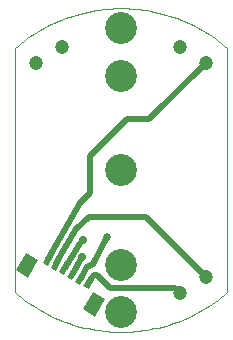
<source format=gtl>
G75*
%MOIN*%
%OFA0B0*%
%FSLAX25Y25*%
%IPPOS*%
%LPD*%
%AMOC8*
5,1,8,0,0,1.08239X$1,22.5*
%
%ADD10C,0.00004*%
%ADD11C,0.04724*%
%ADD12R,0.06693X0.04724*%
%ADD13R,0.01969X0.04331*%
%ADD14C,0.02000*%
%ADD15C,0.10630*%
%ADD16C,0.02775*%
%ADD17C,0.02578*%
D10*
X0001002Y0014273D02*
X0001002Y0095604D01*
X0001002Y0014273D02*
X0002000Y0013424D01*
X0003019Y0012600D01*
X0004057Y0011801D01*
X0005115Y0011027D01*
X0006191Y0010279D01*
X0007285Y0009557D01*
X0008396Y0008863D01*
X0009524Y0008195D01*
X0010667Y0007555D01*
X0011826Y0006943D01*
X0012999Y0006359D01*
X0014186Y0005804D01*
X0015387Y0005278D01*
X0016599Y0004782D01*
X0017824Y0004315D01*
X0019059Y0003877D01*
X0020305Y0003470D01*
X0021560Y0003094D01*
X0022824Y0002748D01*
X0024096Y0002432D01*
X0025375Y0002148D01*
X0026661Y0001895D01*
X0027952Y0001673D01*
X0029249Y0001483D01*
X0030550Y0001324D01*
X0031854Y0001197D01*
X0033161Y0001101D01*
X0034470Y0001038D01*
X0035780Y0001006D01*
X0037090Y0001006D01*
X0038400Y0001038D01*
X0039709Y0001101D01*
X0041016Y0001197D01*
X0042320Y0001324D01*
X0043621Y0001483D01*
X0044918Y0001673D01*
X0046209Y0001895D01*
X0047495Y0002148D01*
X0048774Y0002432D01*
X0050046Y0002748D01*
X0051310Y0003094D01*
X0052565Y0003470D01*
X0053811Y0003877D01*
X0055046Y0004315D01*
X0056271Y0004782D01*
X0057483Y0005278D01*
X0058684Y0005804D01*
X0059871Y0006359D01*
X0061044Y0006943D01*
X0062203Y0007555D01*
X0063346Y0008195D01*
X0064474Y0008863D01*
X0065585Y0009557D01*
X0066679Y0010279D01*
X0067755Y0011027D01*
X0068813Y0011801D01*
X0069851Y0012600D01*
X0070870Y0013424D01*
X0071868Y0014273D01*
X0071868Y0095604D01*
X0070870Y0096453D01*
X0069851Y0097277D01*
X0068813Y0098076D01*
X0067755Y0098850D01*
X0066679Y0099598D01*
X0065585Y0100320D01*
X0064474Y0101014D01*
X0063346Y0101682D01*
X0062203Y0102322D01*
X0061044Y0102934D01*
X0059871Y0103518D01*
X0058684Y0104073D01*
X0057483Y0104599D01*
X0056271Y0105095D01*
X0055046Y0105562D01*
X0053811Y0106000D01*
X0052565Y0106407D01*
X0051310Y0106783D01*
X0050046Y0107129D01*
X0048774Y0107445D01*
X0047495Y0107729D01*
X0046209Y0107982D01*
X0044918Y0108204D01*
X0043621Y0108394D01*
X0042320Y0108553D01*
X0041016Y0108680D01*
X0039709Y0108776D01*
X0038400Y0108839D01*
X0037090Y0108871D01*
X0035780Y0108871D01*
X0034470Y0108839D01*
X0033161Y0108776D01*
X0031854Y0108680D01*
X0030550Y0108553D01*
X0029249Y0108394D01*
X0027952Y0108204D01*
X0026661Y0107982D01*
X0025375Y0107729D01*
X0024096Y0107445D01*
X0022824Y0107129D01*
X0021560Y0106783D01*
X0020305Y0106407D01*
X0019059Y0106000D01*
X0017824Y0105562D01*
X0016599Y0105095D01*
X0015387Y0104599D01*
X0014186Y0104073D01*
X0012999Y0103518D01*
X0011826Y0102934D01*
X0010667Y0102322D01*
X0009524Y0101682D01*
X0008396Y0101014D01*
X0007285Y0100320D01*
X0006191Y0099598D01*
X0005115Y0098850D01*
X0004057Y0098076D01*
X0003019Y0097277D01*
X0002000Y0096453D01*
X0001002Y0095604D01*
D11*
X0008203Y0090687D03*
X0016683Y0095986D03*
X0056187Y0095986D03*
X0064667Y0090687D03*
X0064667Y0019190D03*
X0056187Y0013891D03*
D12*
G36*
X0023780Y0008487D02*
X0027126Y0014281D01*
X0031216Y0011919D01*
X0027870Y0006125D01*
X0023780Y0008487D01*
G37*
G36*
X0001277Y0021480D02*
X0004623Y0027274D01*
X0008713Y0024912D01*
X0005367Y0019118D01*
X0001277Y0021480D01*
G37*
D13*
G36*
X0011953Y0023044D02*
X0010249Y0024028D01*
X0012413Y0027776D01*
X0014117Y0026792D01*
X0011953Y0023044D01*
G37*
G36*
X0014681Y0021469D02*
X0012977Y0022453D01*
X0015141Y0026201D01*
X0016845Y0025217D01*
X0014681Y0021469D01*
G37*
G36*
X0017408Y0019894D02*
X0015704Y0020878D01*
X0017868Y0024626D01*
X0019572Y0023642D01*
X0017408Y0019894D01*
G37*
G36*
X0020136Y0018320D02*
X0018432Y0019304D01*
X0020596Y0023052D01*
X0022300Y0022068D01*
X0020136Y0018320D01*
G37*
G36*
X0022863Y0016745D02*
X0021159Y0017729D01*
X0023323Y0021477D01*
X0025027Y0020493D01*
X0022863Y0016745D01*
G37*
G36*
X0025591Y0015170D02*
X0023887Y0016154D01*
X0026051Y0019902D01*
X0027755Y0018918D01*
X0025591Y0015170D01*
G37*
D14*
X0025821Y0017536D02*
X0027380Y0019899D01*
X0028561Y0019899D01*
X0032892Y0015568D01*
X0054510Y0015568D01*
X0056187Y0013891D01*
X0064667Y0019190D02*
X0044667Y0039190D01*
X0025805Y0039190D01*
X0021474Y0035253D01*
X0014911Y0023835D01*
X0017638Y0022260D02*
X0022262Y0030135D01*
X0023837Y0031710D01*
X0023443Y0025805D02*
X0020366Y0020686D01*
X0023093Y0019111D02*
X0023487Y0019504D01*
X0025018Y0022655D01*
X0027125Y0023709D01*
X0031711Y0032498D01*
X0022656Y0043915D02*
X0026199Y0047458D01*
X0026199Y0059663D01*
X0038404Y0071868D01*
X0045849Y0071868D01*
X0064667Y0090687D01*
X0022656Y0043915D02*
X0012183Y0025410D01*
D15*
X0036435Y0023442D03*
X0036435Y0007694D03*
X0036435Y0054938D03*
X0036435Y0086435D03*
X0036435Y0102183D03*
D16*
X0023837Y0031710D03*
X0023443Y0025805D03*
D17*
X0031711Y0032498D03*
M02*

</source>
